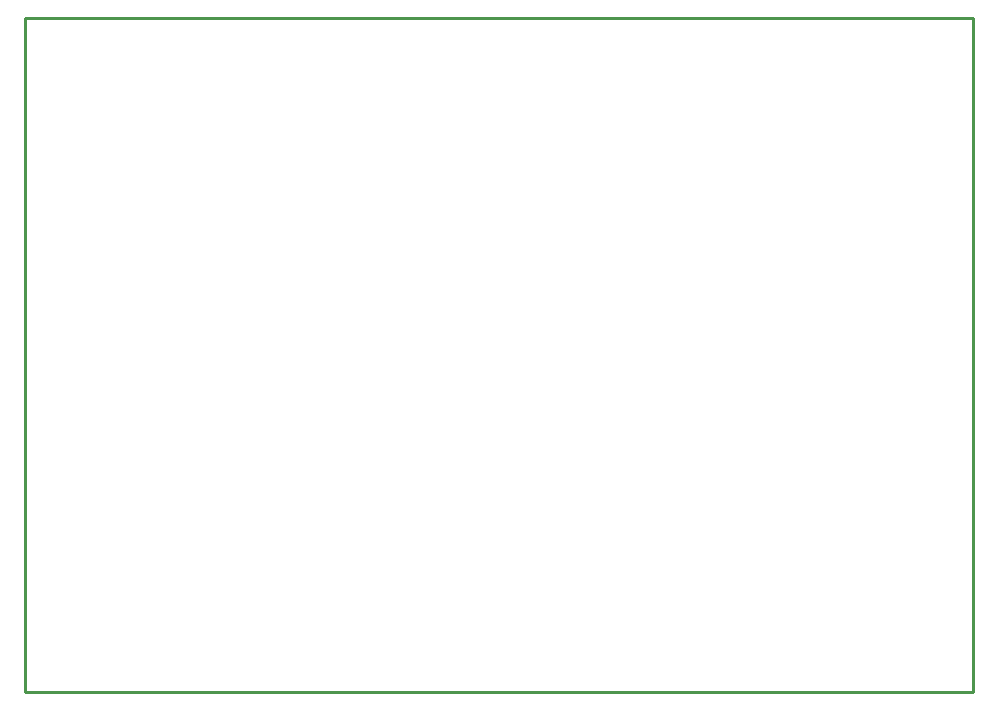
<source format=gko>
G04 Layer: BoardOutline*
G04 EasyEDA v6.4.25, 2021-12-23T21:53:31+01:00*
G04 8dbf8c46b5b441d7b08fc360c6495019,7d3f4a13764643a7838717c5c1d40531,10*
G04 Gerber Generator version 0.2*
G04 Scale: 100 percent, Rotated: No, Reflected: No *
G04 Dimensions in inches *
G04 leading zeros omitted , absolute positions ,3 integer and 6 decimal *
%FSLAX36Y36*%
%MOIN*%

%ADD10C,0.0100*%
D10*
X0Y0D02*
G01*
X0Y2243750D01*
X0Y2243750D02*
G01*
X3160000Y2243750D01*
X3160000Y0D01*
X0Y0D01*

%LPD*%
M02*

</source>
